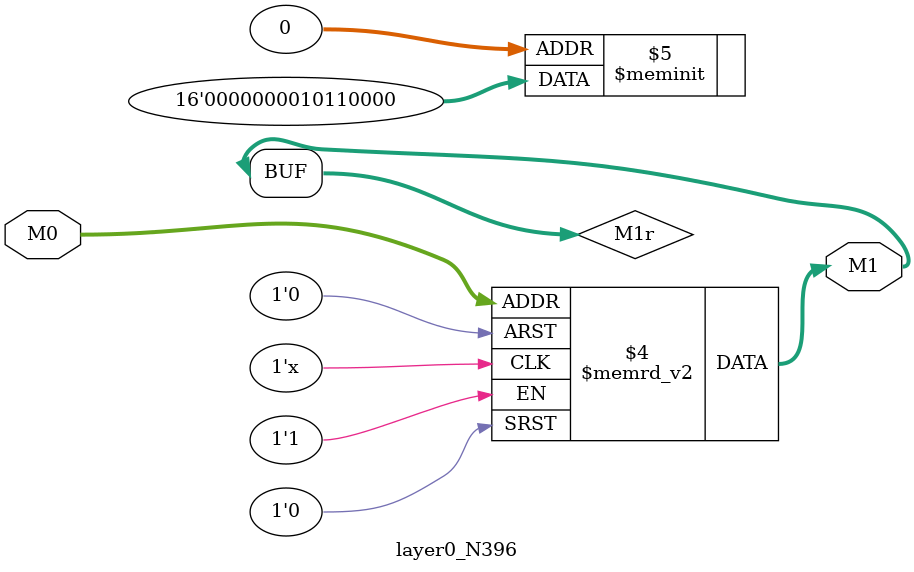
<source format=v>
module layer0_N396 ( input [2:0] M0, output [1:0] M1 );

	(*rom_style = "distributed" *) reg [1:0] M1r;
	assign M1 = M1r;
	always @ (M0) begin
		case (M0)
			3'b000: M1r = 2'b00;
			3'b100: M1r = 2'b00;
			3'b010: M1r = 2'b11;
			3'b110: M1r = 2'b00;
			3'b001: M1r = 2'b00;
			3'b101: M1r = 2'b00;
			3'b011: M1r = 2'b10;
			3'b111: M1r = 2'b00;

		endcase
	end
endmodule

</source>
